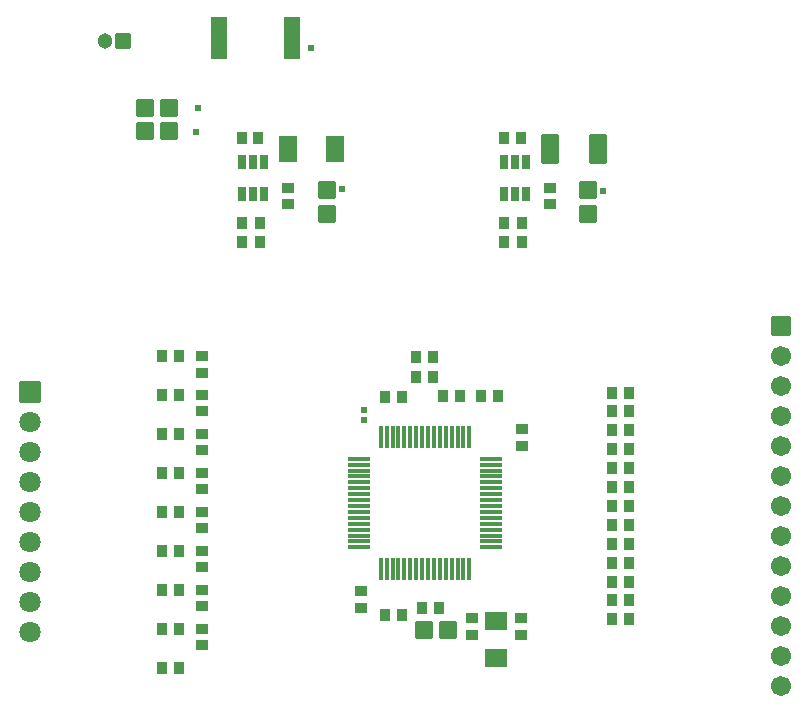
<source format=gts>
G04 Layer: TopSolderMaskLayer*
G04 EasyEDA Pro v2.2.24.2, 2024-08-08 11:30:51*
G04 Gerber Generator version 0.3*
G04 Scale: 100 percent, Rotated: No, Reflected: No*
G04 Dimensions in millimeters*
G04 Leading zeros omitted, absolute positions, 3 integers and 5 decimals*
%FSLAX35Y35*%
%MOMM*%
%AMRoundRect*1,1,$1,$2,$3*1,1,$1,$4,$5*1,1,$1,0-$2,0-$3*1,1,$1,0-$4,0-$5*20,1,$1,$2,$3,$4,$5,0*20,1,$1,$4,$5,0-$2,0-$3,0*20,1,$1,0-$2,0-$3,0-$4,0-$5,0*20,1,$1,0-$4,0-$5,$2,$3,0*4,1,4,$2,$3,$4,$5,0-$2,0-$3,0-$4,0-$5,$2,$3,0*%
%ADD10RoundRect,0.09424X-0.60368X0.60368X0.60368X0.60368*%
%ADD11C,1.3016*%
%ADD12RoundRect,0.09131X-0.45514X-0.40514X-0.45514X0.40514*%
%ADD13RoundRect,0.09131X0.40514X-0.45514X-0.40514X-0.45514*%
%ADD14RoundRect,0.09495X0.70833X-0.67833X-0.70833X-0.67833*%
%ADD15RoundRect,0.09131X-0.40514X0.45514X0.40514X0.45514*%
%ADD16RoundRect,0.09495X0.67833X0.70833X0.67833X-0.70833*%
%ADD17RoundRect,0.09495X-0.67833X-0.70833X-0.67833X0.70833*%
%ADD18RoundRect,0.09549X0.86705X0.74556X0.86705X-0.74556*%
%ADD19O,0.38161X1.9016*%
%ADD20O,1.9016X0.38161*%
%ADD21RoundRect,0.08906X-0.30647X-0.55647X-0.30647X0.55647*%
%ADD22RoundRect,0.09516X0.70322X-1.06322X-0.70322X-1.06322*%
%ADD23RoundRect,0.09516X0.70322X-1.20322X-0.70322X-1.20322*%
%ADD24RoundRect,0.09138X-0.40835X0.43712X0.40835X0.43712*%
%ADD25RoundRect,0.09465X-0.64474X1.73147X0.64474X1.73147*%
%ADD26RoundRect,0.09138X0.40835X-0.43712X-0.40835X-0.43712*%
%ADD27RoundRect,0.09131X0.45514X0.40514X0.45514X-0.40514*%
%ADD28RoundRect,0.09618X0.85271X0.85271X0.85271X-0.85271*%
%ADD29C,1.8016*%
%ADD30RoundRect,0.09588X0.80286X0.80286X0.80286X-0.80286*%
%ADD31C,1.7016*%
%ADD32C,0.6016*%
G75*


G04 Pad Start*
G54D10*
G01X1585007Y7390081D03*
G54D11*
G01X1434995Y7389928D03*
G54D12*
G01X3600002Y2730004D03*
G01X3600002Y2590000D03*
G54D13*
G01X3810000Y2530002D03*
G01X3950005Y2530002D03*
G54D14*
G01X4140002Y2400002D03*
G01X4340002Y2400002D03*
G54D15*
G01X4260005Y2590002D03*
G01X4120000Y2590002D03*
G54D12*
G01X4540002Y2500004D03*
G01X4540002Y2359999D03*
G54D16*
G01X1771489Y6621495D03*
G01X1771489Y6821494D03*
G01X1981489Y6621495D03*
G01X1981489Y6821494D03*
G54D12*
G01X2983596Y6144699D03*
G01X2983596Y6004695D03*
G54D17*
G01X3313596Y6124690D03*
G01X3313596Y5924690D03*
G54D12*
G01X5203597Y6144692D03*
G01X5203597Y6004687D03*
G54D17*
G01X5523597Y6124690D03*
G01X5523597Y5924690D03*
G54D18*
G01X4750003Y2160744D03*
G01X4750003Y2479260D03*
G54D19*
G01X3769986Y4029999D03*
G01X3819999Y4029999D03*
G01X3869986Y4029999D03*
G01X3919999Y4029999D03*
G01X3969986Y4029999D03*
G01X4019999Y4029999D03*
G01X4069986Y4029999D03*
G01X4119998Y4029999D03*
G01X4169986Y4029999D03*
G01X4219998Y4029999D03*
G01X4269985Y4029999D03*
G01X4319998Y4029999D03*
G01X4369985Y4029999D03*
G01X4419998Y4029999D03*
G01X4469985Y4029999D03*
G01X4519998Y4029999D03*
G54D20*
G01X4699982Y3850014D03*
G01X4699982Y3800002D03*
G01X4699982Y3750014D03*
G01X4699982Y3700002D03*
G01X4699982Y3650015D03*
G01X4699982Y3600002D03*
G01X4699982Y3550015D03*
G01X4699982Y3500002D03*
G01X4699982Y3450015D03*
G01X4699982Y3400002D03*
G01X4699982Y3350015D03*
G01X4699982Y3300003D03*
G01X4699982Y3250015D03*
G01X4699982Y3200003D03*
G01X4699982Y3150016D03*
G01X4699982Y3100003D03*
G54D19*
G01X4519998Y2920019D03*
G01X4469985Y2920019D03*
G01X4419998Y2920019D03*
G01X4369985Y2920019D03*
G01X4319998Y2920019D03*
G01X4269985Y2920019D03*
G01X4219998Y2920019D03*
G01X4169986Y2920019D03*
G01X4119998Y2920019D03*
G01X4069986Y2920019D03*
G01X4019999Y2920019D03*
G01X3969986Y2920019D03*
G01X3919999Y2920019D03*
G01X3869986Y2920019D03*
G01X3819999Y2920019D03*
G01X3769986Y2920019D03*
G54D20*
G01X3590002Y3100003D03*
G01X3590002Y3150016D03*
G01X3590002Y3200003D03*
G01X3590002Y3250015D03*
G01X3590002Y3300003D03*
G01X3590002Y3350015D03*
G01X3590002Y3400002D03*
G01X3590002Y3450015D03*
G01X3590002Y3500002D03*
G01X3590002Y3550015D03*
G01X3590002Y3600002D03*
G01X3590002Y3650015D03*
G01X3590002Y3700002D03*
G01X3590002Y3750014D03*
G01X3590002Y3800002D03*
G01X3590002Y3850014D03*
G54D21*
G01X4813597Y6364692D03*
G01X4908593Y6364692D03*
G01X5003589Y6364692D03*
G01X5003589Y6094690D03*
G01X4908593Y6094690D03*
G01X4813597Y6094690D03*
G01X2593596Y6364698D03*
G01X2688592Y6364698D03*
G01X2783588Y6364698D03*
G01X2783588Y6094696D03*
G01X2688592Y6094696D03*
G01X2593596Y6094696D03*
G54D22*
G01X2980803Y6474690D03*
G01X3386390Y6474690D03*
G54D23*
G01X5200803Y6474690D03*
G01X5606390Y6474690D03*
G54D24*
G01X2065338Y4720003D03*
G01X1914665Y4720003D03*
G01X2065338Y4390003D03*
G01X1914665Y4390003D03*
G01X2065338Y4060003D03*
G01X1914665Y4060003D03*
G01X2065338Y3730002D03*
G01X1914665Y3730002D03*
G01X2065338Y3400002D03*
G01X1914665Y3400002D03*
G01X2065338Y3070002D03*
G01X1914665Y3070002D03*
G01X2065338Y2740002D03*
G01X1914665Y2740002D03*
G01X2065338Y2410002D03*
G01X1914665Y2410002D03*
G01X2065338Y2080002D03*
G01X1914665Y2080002D03*
G54D25*
G01X3016630Y7410004D03*
G01X2403373Y7410004D03*
G54D26*
G01X2593596Y5844690D03*
G01X2744269Y5844690D03*
G54D24*
G01X2744269Y5684689D03*
G01X2593596Y5684689D03*
G54D26*
G01X4813596Y5844690D03*
G01X4964269Y5844690D03*
G54D24*
G01X4964269Y5684689D03*
G01X4813596Y5684689D03*
G54D27*
G01X4970003Y3960000D03*
G01X4970003Y4100005D03*
G54D15*
G01X4760005Y4380003D03*
G01X4620000Y4380003D03*
G01X4210005Y4540003D03*
G01X4070000Y4540003D03*
G54D13*
G01X3810000Y4370003D03*
G01X3950005Y4370003D03*
G01X4300000Y4380003D03*
G01X4440005Y4380003D03*
G54D12*
G01X4960003Y2500004D03*
G01X4960003Y2359999D03*
G54D15*
G01X4210005Y4710003D03*
G01X4070000Y4710003D03*
G54D28*
G01X800000Y4416002D03*
G54D29*
G01X800000Y4162002D03*
G01X800000Y3908002D03*
G01X800000Y3654002D03*
G01X800000Y3400002D03*
G01X800000Y3146002D03*
G01X800000Y2892002D03*
G01X800000Y2638002D03*
G01X800000Y2384002D03*
G54D30*
G01X7160004Y4974002D03*
G54D31*
G01X7160004Y4720002D03*
G01X7160004Y4466002D03*
G01X7160004Y4212002D03*
G01X7160004Y3958002D03*
G01X7160004Y3704002D03*
G01X7160004Y3450002D03*
G01X7160004Y3196002D03*
G01X7160004Y2942002D03*
G01X7160004Y2688002D03*
G01X7160004Y2434002D03*
G01X7160004Y2180002D03*
G01X7160004Y1926002D03*
G54D15*
G01X4953599Y6564690D03*
G01X4813594Y6564690D03*
G54D13*
G01X2593594Y6564690D03*
G01X2733599Y6564690D03*
G54D32*
G01X3630002Y4180003D03*
G01X3630002Y4260003D03*
G01X3440002Y6130004D03*
G01X5650003Y6120004D03*
G01X2221489Y6821497D03*
G01X2210001Y6620004D03*
G01X3180002Y7330004D03*
G54D27*
G01X2260001Y2269999D03*
G01X2260001Y2410004D03*
G01X2260001Y2600000D03*
G01X2260001Y2740004D03*
G01X2260001Y2930000D03*
G01X2260001Y3070005D03*
G01X2260001Y3260000D03*
G01X2260001Y3400005D03*
G01X2260001Y3590000D03*
G01X2260001Y3730005D03*
G01X2260001Y3920000D03*
G01X2260001Y4060005D03*
G01X2260001Y4250000D03*
G01X2260001Y4390005D03*
G01X2260001Y4580000D03*
G01X2260001Y4720005D03*
G54D24*
G01X5875340Y4410003D03*
G01X5724667Y4410003D03*
G01X5875340Y4250003D03*
G01X5724667Y4250003D03*
G01X5875340Y4090003D03*
G01X5724667Y4090003D03*
G01X5875340Y3930003D03*
G01X5724667Y3930003D03*
G01X5875340Y3770003D03*
G01X5724667Y3770003D03*
G01X5875340Y3610002D03*
G01X5724667Y3610002D03*
G01X5875340Y3450002D03*
G01X5724667Y3450002D03*
G01X5875340Y3290002D03*
G01X5724667Y3290002D03*
G01X5875340Y3130002D03*
G01X5724667Y3130002D03*
G01X5875340Y2970002D03*
G01X5724667Y2970002D03*
G01X5875340Y2810002D03*
G01X5724667Y2810002D03*
G01X5875340Y2650002D03*
G01X5724667Y2650002D03*
G01X5875340Y2490002D03*
G01X5724667Y2490002D03*
G04 Pad End*

M02*


</source>
